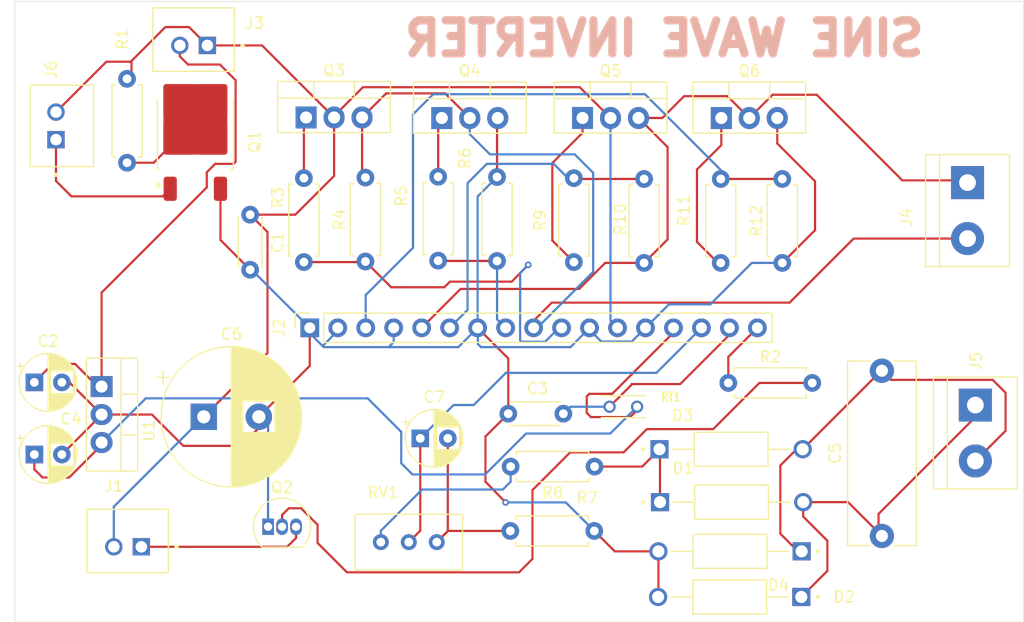
<source format=kicad_pcb>
(kicad_pcb (version 20240108) (generator "pcbnew") (generator_version "8.0")
  (layers (0 "F.Cu" signal) (31 "B.Cu" signal) (34 "B.Paste" user) (35 "F.Paste" user) (36 "B.SilkS" user "B.Silkscreen") (37 "F.SilkS" user "F.Silkscreen") (38 "B.Mask" user) (39 "F.Mask" user) (44 "Edge.Cuts" user))
  (net 0 "")
  (net 1 "GND")
  (net 2 "+12V")
  (net 3 "Net-(U1-VI)")
  (net 4 "Net-(J2-Pin_16)")
  (net 5 "+5V")
  (net 6 "L")
  (net 7 "N")
  (net 8 "VFB")
  (net 9 "Net-(C7-Pad2)")
  (net 10 "TR2")
  (net 11 "3HO")
  (net 12 "1LD")
  (net 13 "TR1")
  (net 14 "2LD")
  (net 15 "1HO")
  (net 16 "Net-(J2-Pin_17)")
  (net 17 "Net-(Q1-G)")
  (net 18 "Net-(Q1-D)")
  (net 19 "Net-(Q2-C)")
  (net 20 "Net-(Q2-B)")
  (net 21 "Net-(Q3-G)")
  (net 22 "Net-(Q4-G)")
  (net 23 "Net-(Q5-G)")
  (net 24 "Net-(Q6-G)")
  (net 25 "Net-(R8-Pad2)")
  (net 26 "Net-(D1-PadC)")
  (footprint "Package_TO_SOT_SMD:TO-252-2" (layer "F.Cu") (at 106.3 90.1868 90)
    (property "Reference" "Q1" (at -0.7706 5.3838 90) (layer "F.SilkS"))
    (property "Value" "NMOS")
    (pad "1" smd roundrect (at -5.04 -2.28 90) (size 2.2 1.2) (layers "F.Cu" "F.Paste" "F.Mask") (roundrect_rratio 0.208333) (net 18 "Net-(Q1-D)"))
    (pad "2" smd roundrect (at -0.415 -1.525 90) (size 3.05 2.75) (layers "F.Cu" "F.Paste") (roundrect_rratio 0.090909) (net 17 "Net-(Q1-G)"))
    (pad "2" smd roundrect (at -0.415 1.525 90) (size 3.05 2.75) (layers "F.Cu" "F.Paste") (roundrect_rratio 0.090909) (net 17 "Net-(Q1-G)"))
    (pad "2" smd roundrect (at 1.26 0 90) (size 6.4 5.8) (layers "F.Cu" "F.Mask") (roundrect_rratio 0.043103) (net 17 "Net-(Q1-G)"))
    (pad "2" smd roundrect (at 2.935 -1.525 90) (size 3.05 2.75) (layers "F.Cu" "F.Paste") (roundrect_rratio 0.090909) (net 17 "Net-(Q1-G)"))
    (pad "2" smd roundrect (at 2.935 1.525 90) (size 3.05 2.75) (layers "F.Cu" "F.Paste") (roundrect_rratio 0.090909) (net 17 "Net-(Q1-G)"))
    (pad "3" smd roundrect (at -5.04 2.28 90) (size 2.2 1.2) (layers "F.Cu" "F.Paste" "F.Mask") (roundrect_rratio 0.208333) (net 1 "GND"))
  )
  (footprint "Package_TO_SOT_THT:TO-220-3_Vertical" (layer "F.Cu") (at 128.6764 88.8036)
    (property "Reference" "Q4" (at 2.54 -4.27 0) (layer "F.SilkS"))
    (property "Value" "IRF3205")
    (pad "1" thru_hole rect (at 0 0) (size 1.905 2) (drill 1.1) (layers "*.Cu" "*.Mask") (net 22 "Net-(Q4-G)"))
    (pad "2" thru_hole oval (at 2.54 0) (size 1.905 2) (drill 1.1) (layers "*.Cu" "*.Mask") (net 13 "TR1"))
    (pad "3" thru_hole oval (at 5.08 0) (size 1.905 2) (drill 1.1) (layers "*.Cu" "*.Mask") (net 1 "GND"))
  )
  (footprint "syam pcbbb:THERM_NXRT15XH103FA5B030" (layer "F.Cu") (at 145.1556 115.0112 180)
    (property "Reference" "RT1" (at -4.298 0.8636 0) (layer "F.SilkS") (effects (font (size 0.8 0.64) (thickness 0.16) (bold yes))))
    (property "Value" "10K" (hide yes))
    (pad "1" thru_hole circle (at -1.25 0 180) (size 1.11 1.11) (drill 0.71) (layers "*.Cu" "*.Mask") (net 5 "+5V"))
    (pad "2" thru_hole circle (at 1.25 0 180) (size 1.11 1.11) (drill 0.71) (layers "*.Cu" "*.Mask") (net 4 "Net-(J2-Pin_16)"))
  )
  (footprint "syam pcbbb:JST_B2B-XH-A" (layer "F.Cu") (at 106.1443 81.6864)
    (property "Reference" "J3" (at 5.5649 -1.4986 0) (layer "F.SilkS"))
    (property "Value" "Switch")
    (pad "1" thru_hole rect (at 1.25 0.525) (size 1.575 1.575) (drill 1.05) (layers "*.Cu" "*.Mask") (net 2 "+12V"))
    (pad "2" thru_hole circle (at -1.25 0.525) (size 1.575 1.575) (drill 1.05) (layers "*.Cu" "*.Mask") (net 3 "Net-(U1-VI)"))
  )
  (footprint "syam pcbbb:DIOAD1300W80L670D310" (layer "F.Cu") (at 154.813 132.2832 180)
    (property "Reference" "D2" (at -10.3886 0 360) (layer "F.SilkS"))
    (property "Value" "FR207G" (hide yes))
    (pad "A" thru_hole circle (at 6.5 0 180) (size 1.65 1.65) (drill 1.1) (layers "*.Cu" "*.Mask") (net 1 "GND"))
    (pad "C" thru_hole rect (at -6.5 0 180) (size 1.65 1.65) (drill 1.1) (layers "*.Cu" "*.Mask") (net 6 "L"))
  )
  (footprint "Capacitor_THT:C_Disc_D4.3mm_W1.9mm_P5.00mm" (layer "F.Cu") (at 111.2774 97.576 -90)
    (property "Reference" "C1" (at 2.5254 -2.4892 90) (layer "F.SilkS"))
    (property "Value" "0.1uF")
    (pad "1" thru_hole circle (at 0 0 270) (size 1.6 1.6) (drill 0.8) (layers "*.Cu" "*.Mask") (net 2 "+12V"))
    (pad "2" thru_hole circle (at 5 0 270) (size 1.6 1.6) (drill 0.8) (layers "*.Cu" "*.Mask") (net 1 "GND"))
  )
  (footprint "TerminalBlock:TerminalBlock_bornier-2_P5.08mm" (layer "F.Cu") (at 176.403 94.6658 -90)
    (property "Reference" "J4" (at 3.175 5.5626 90) (layer "F.SilkS"))
    (property "Value" "TR/IN")
    (pad "1" thru_hole rect (at 0 0 270) (size 3 3) (drill 1.52) (layers "*.Cu" "*.Mask") (net 10 "TR2"))
    (pad "2" thru_hole circle (at 5.08 0 270) (size 3 3) (drill 1.52) (layers "*.Cu" "*.Mask") (net 13 "TR1"))
  )
  (footprint "Capacitor_THT:CP_Radial_D5.0mm_P2.50mm" (layer "F.Cu") (at 126.7206 117.8814)
    (property "Reference" "C7" (at 1.25 -3.75 0) (layer "F.SilkS"))
    (property "Value" "10u")
    (pad "1" thru_hole rect (at 0 0) (size 1.6 1.6) (drill 0.8) (layers "*.Cu" "*.Mask") (net 8 "VFB"))
    (pad "2" thru_hole circle (at 2.5 0) (size 1.6 1.6) (drill 0.8) (layers "*.Cu" "*.Mask") (net 9 "Net-(C7-Pad2)"))
  )
  (footprint "Resistor_THT:R_Axial_DIN0207_L6.3mm_D2.5mm_P7.62mm_Horizontal" (layer "F.Cu") (at 142.5194 126.2888 180)
    (property "Reference" "R7" (at 0.635 3.0226 360) (layer "F.SilkS"))
    (property "Value" "100K")
    (pad "1" thru_hole circle (at 0 0 180) (size 1.6 1.6) (drill 0.8) (layers "*.Cu" "*.Mask") (net 1 "GND"))
    (pad "2" thru_hole oval (at 7.62 0 180) (size 1.6 1.6) (drill 0.8) (layers "*.Cu" "*.Mask") (net 9 "Net-(C7-Pad2)"))
  )
  (footprint "Package_TO_SOT_THT:TO-220-3_Vertical" (layer "F.Cu") (at 141.4526 88.7984)
    (property "Reference" "Q5" (at 2.54 -4.27 0) (layer "F.SilkS"))
    (property "Value" "IRF3205")
    (pad "1" thru_hole rect (at 0 0) (size 1.905 2) (drill 1.1) (layers "*.Cu" "*.Mask") (net 23 "Net-(Q5-G)"))
    (pad "2" thru_hole oval (at 2.54 0) (size 1.905 2) (drill 1.1) (layers "*.Cu" "*.Mask") (net 2 "+12V"))
    (pad "3" thru_hole oval (at 5.08 0) (size 1.905 2) (drill 1.1) (layers "*.Cu" "*.Mask") (net 10 "TR2"))
  )
  (footprint "Resistor_THT:R_Axial_DIN0207_L6.3mm_D2.5mm_P7.62mm_Horizontal" (layer "F.Cu") (at 159.5882 101.9556 90)
    (property "Reference" "R12" (at 3.81 -2.37 90) (layer "F.SilkS"))
    (property "Value" "10K")
    (pad "1" thru_hole circle (at 0 0 90) (size 1.6 1.6) (drill 0.8) (layers "*.Cu" "*.Mask") (net 1 "GND"))
    (pad "2" thru_hole oval (at 7.62 0 90) (size 1.6 1.6) (drill 0.8) (layers "*.Cu" "*.Mask") (net 12 "1LD"))
  )
  (footprint "Package_TO_SOT_THT:TO-220-3_Vertical" (layer "F.Cu") (at 154.051 88.8036)
    (property "Reference" "Q6" (at 2.54 -4.27 0) (layer "F.SilkS"))
    (property "Value" "IRF3205")
    (pad "1" thru_hole rect (at 0 0) (size 1.905 2) (drill 1.1) (layers "*.Cu" "*.Mask") (net 24 "Net-(Q6-G)"))
    (pad "2" thru_hole oval (at 2.54 0) (size 1.905 2) (drill 1.1) (layers "*.Cu" "*.Mask") (net 10 "TR2"))
    (pad "3" thru_hole oval (at 5.08 0) (size 1.905 2) (drill 1.1) (layers "*.Cu" "*.Mask") (net 1 "GND"))
  )
  (footprint "Resistor_THT:R_Axial_DIN0207_L6.3mm_D2.5mm_P7.62mm_Horizontal" (layer "F.Cu") (at 140.6652 101.8794 90)
    (property "Reference" "R9" (at 3.7846 -3.0734 90) (layer "F.SilkS"))
    (property "Value" "10E")
    (pad "1" thru_hole circle (at 0 0 90) (size 1.6 1.6) (drill 0.8) (layers "*.Cu" "*.Mask") (net 23 "Net-(Q5-G)"))
    (pad "2" thru_hole oval (at 7.62 0 90) (size 1.6 1.6) (drill 0.8) (layers "*.Cu" "*.Mask") (net 15 "1HO"))
  )
  (footprint "Capacitor_THT:CP_Radial_D5.0mm_P2.50mm" (layer "F.Cu") (at 91.682688 119.3514)
    (property "Reference" "C4" (at 3.338712 -3.2226 0) (layer "F.SilkS"))
    (property "Value" "1uF")
    (pad "1" thru_hole rect (at 0 0) (size 1.6 1.6) (drill 0.8) (layers "*.Cu" "*.Mask") (net 5 "+5V"))
    (pad "2" thru_hole circle (at 2.5 0) (size 1.6 1.6) (drill 0.8) (layers "*.Cu" "*.Mask") (net 1 "GND"))
  )
  (footprint "Capacitor_THT:C_Rect_L16.5mm_W6.0mm_P15.00mm_MKT" (layer "F.Cu") (at 168.6306 126.746 90)
    (property "Reference" "C5" (at 7.5 -4.25 90) (layer "F.SilkS"))
    (property "Value" "2.2uF")
    (pad "1" thru_hole circle (at 0 0 90) (size 2.2 2.2) (drill 1.1) (layers "*.Cu" "*.Mask") (net 6 "L"))
    (pad "2" thru_hole circle (at 15 0 90) (size 2.2 2.2) (drill 1.1) (layers "*.Cu" "*.Mask") (net 7 "N"))
  )
  (footprint "Resistor_THT:R_Axial_DIN0207_L6.3mm_D2.5mm_P7.62mm_Horizontal" (layer "F.Cu") (at 100.1014 85.2424 -90)
    (property "Reference" "R1" (at -3.6068 0.4318 90) (layer "F.SilkS"))
    (property "Value" "1K")
    (pad "1" thru_hole circle (at 0 0 270) (size 1.6 1.6) (drill 0.8) (layers "*.Cu" "*.Mask") (net 2 "+12V"))
    (pad "2" thru_hole oval (at 7.62 0 270) (size 1.6 1.6) (drill 0.8) (layers "*.Cu" "*.Mask") (net 17 "Net-(Q1-G)"))
  )
  (footprint "Capacitor_THT:C_Disc_D4.3mm_W1.9mm_P5.00mm" (layer "F.Cu") (at 139.7108 115.6462 180)
    (property "Reference" "C3" (at 2.3476 2.286 360) (layer "F.SilkS"))
    (property "Value" "0.1u")
    (pad "1" thru_hole circle (at 0 0 180) (size 1.6 1.6) (drill 0.8) (layers "*.Cu" "*.Mask") (net 4 "Net-(J2-Pin_16)"))
    (pad "2" thru_hole circle (at 5 0 180) (size 1.6 1.6) (drill 0.8) (layers "*.Cu" "*.Mask") (net 1 "GND"))
  )
  (footprint "syam pcbbb:JST_B2B-XH-A" (layer "F.Cu") (at 94.1748 89.515 -90)
    (property "Reference" "J6" (at -5.0854 0.9568 90) (layer "F.SilkS"))
    (property "Value" "BATT+ , -")
    (pad "1" thru_hole rect (at 1.25 0.525 270) (size 1.575 1.575) (drill 1.05) (layers "*.Cu" "*.Mask") (net 18 "Net-(Q1-D)"))
    (pad "2" thru_hole circle (at -1.25 0.525 270) (size 1.575 1.575) (drill 1.05) (layers "*.Cu" "*.Mask") (net 2 "+12V"))
  )
  (footprint "Package_TO_SOT_THT:TO-220-3_Vertical" (layer "F.Cu") (at 97.79 113.1824 -90)
    (property "Reference" "U1" (at 3.9878 -4.2926 90) (layer "F.SilkS"))
    (property "Value" "LM7805_TO220")
    (pad "1" thru_hole rect (at 0 0 270) (size 1.905 2) (drill 1.1) (layers "*.Cu" "*.Mask") (net 3 "Net-(U1-VI)"))
    (pad "2" thru_hole oval (at 2.54 0 270) (size 1.905 2) (drill 1.1) (layers "*.Cu" "*.Mask") (net 1 "GND"))
    (pad "3" thru_hole oval (at 5.08 0 270) (size 1.905 2) (drill 1.1) (layers "*.Cu" "*.Mask") (net 5 "+5V"))
  )
  (footprint "syam pcbbb:JST_B2B-XH-A" (layer "F.Cu") (at 100.1499 127.2032)
    (property "Reference" "J1" (at -1.2423 -4.9784 0) (layer "F.SilkS"))
    (property "Value" "Fan")
    (pad "1" thru_hole rect (at 1.25 0.525) (size 1.575 1.575) (drill 1.05) (layers "*.Cu" "*.Mask") (net 19 "Net-(Q2-C)"))
    (pad "2" thru_hole circle (at -1.25 0.525) (size 1.575 1.575) (drill 1.05) (layers "*.Cu" "*.Mask") (net 2 "+12V"))
  )
  (footprint "Resistor_THT:R_Axial_DIN0207_L6.3mm_D2.5mm_P7.62mm_Horizontal" (layer "F.Cu") (at 116.1542 101.8794 90)
    (property "Reference" "R3" (at 5.8674 -2.37 90) (layer "F.SilkS"))
    (property "Value" "10E")
    (pad "1" thru_hole circle (at 0 0 90) (size 1.6 1.6) (drill 0.8) (layers "*.Cu" "*.Mask") (net 11 "3HO"))
    (pad "2" thru_hole oval (at 7.62 0 90) (size 1.6 1.6) (drill 0.8) (layers "*.Cu" "*.Mask") (net 21 "Net-(Q3-G)"))
  )
  (footprint "syam pcbbb:DIOAD1300W80L670D310" (layer "F.Cu") (at 154.94 118.872)
    (property "Reference" "D3" (at -4.4 -3.06 0) (layer "F.SilkS"))
    (property "Value" "FR207G" (hide yes))
    (pad "A" thru_hole circle (at 6.5 0) (size 1.65 1.65) (drill 1.1) (layers "*.Cu" "*.Mask") (net 7 "N"))
    (pad "C" thru_hole rect (at -6.5 0) (size 1.65 1.65) (drill 1.1) (layers "*.Cu" "*.Mask") (net 26 "Net-(D1-PadC)"))
  )
  (footprint "Connector_PinSocket_2.54mm:PinSocket_1x17_P2.54mm_Vertical" (layer "F.Cu") (at 116.6876 107.8484 90)
    (property "Reference" "J2" (at 0 -2.77 90) (layer "F.SilkS"))
    (property "Value" "EGS002 MODULE")
    (pad "1" thru_hole rect (at 0 0 90) (size 1.7 1.7) (drill 1) (layers "*.Cu" "*.Mask") (net 1 "GND"))
    (pad "2" thru_hole oval (at 0 2.54 90) (size 1.7 1.7) (drill 1) (layers "*.Cu" "*.Mask") (net 1 "GND"))
    (pad "3" thru_hole oval (at 0 5.08 90) (size 1.7 1.7) (drill 1) (layers "*.Cu" "*.Mask") (net 12 "1LD"))
    (pad "4" thru_hole oval (at 0 7.62 90) (size 1.7 1.7) (drill 1) (layers "*.Cu" "*.Mask") (net 1 "GND"))
    (pad "5" thru_hole oval (at 0 10.16 90) (size 1.7 1.7) (drill 1) (layers "*.Cu" "*.Mask") (net 10 "TR2"))
    (pad "6" thru_hole oval (at 0 12.7 90) (size 1.7 1.7) (drill 1) (layers "*.Cu" "*.Mask") (net 15 "1HO"))
    (pad "7" thru_hole oval (at 0 15.24 90) (size 1.7 1.7) (drill 1) (layers "*.Cu" "*.Mask") (net 1 "GND"))
    (pad "8" thru_hole oval (at 0 17.78 90) (size 1.7 1.7) (drill 1) (layers "*.Cu" "*.Mask") (net 14 "2LD"))
    (pad "9" thru_hole oval (at 0 20.32 90) (size 1.7 1.7) (drill 1) (layers "*.Cu" "*.Mask") (net 13 "TR1"))
    (pad "10" thru_hole oval (at 0 22.86 90) (size 1.7 1.7) (drill 1) (layers "*.Cu" "*.Mask") (net 11 "3HO"))
    (pad "11" thru_hole oval (at 0 25.4 90) (size 1.7 1.7) (drill 1) (layers "*.Cu" "*.Mask") (net 1 "GND"))
    (pad "12" thru_hole oval (at 0 27.94 90) (size 1.7 1.7) (drill 1) (layers "*.Cu" "*.Mask") (net 2 "+12V"))
    (pad "13" thru_hole oval (at 0 30.48 90) (size 1.7 1.7) (drill 1) (layers "*.Cu" "*.Mask") (net 1 "GND"))
    (pad "14" thru_hole oval (at 0 33.02 90) (size 1.7 1.7) (drill 1) (layers "*.Cu" "*.Mask") (net 5 "+5V"))
    (pad "15" thru_hole oval (at 0 35.56 90) (size 1.7 1.7) (drill 1) (layers "*.Cu" "*.Mask") (net 8 "VFB"))
    (pad "16" thru_hole oval (at 0 38.1 90) (size 1.7 1.7) (drill 1) (layers "*.Cu" "*.Mask") (net 4 "Net-(J2-Pin_16)"))
    (pad "17" thru_hole oval (at 0 40.64 90) (size 1.7 1.7) (drill 1) (layers "*.Cu" "*.Mask") (net 16 "Net-(J2-Pin_17)"))
  )
  (footprint "Resistor_THT:R_Axial_DIN0207_L6.3mm_D2.5mm_P7.62mm_Horizontal" (layer "F.Cu") (at 147.0406 101.9556 90)
    (property "Reference" "R10" (at 3.9624 -2.1844 90) (layer "F.SilkS"))
    (property "Value" "10K")
    (pad "1" thru_hole circle (at 0 0 90) (size 1.6 1.6) (drill 0.8) (layers "*.Cu" "*.Mask") (net 10 "TR2"))
    (pad "2" thru_hole oval (at 7.62 0 90) (size 1.6 1.6) (drill 0.8) (layers "*.Cu" "*.Mask") (net 15 "1HO"))
  )
  (footprint "Resistor_THT:R_Axial_DIN0207_L6.3mm_D2.5mm_P7.62mm_Horizontal" (layer "F.Cu") (at 142.5448 120.4468 180)
    (property "Reference" "R8" (at 3.81 -2.37 360) (layer "F.SilkS"))
    (property "Value" "100K")
    (pad "1" thru_hole circle (at 0 0 180) (size 1.6 1.6) (drill 0.8) (layers "*.Cu" "*.Mask") (net 26 "Net-(D1-PadC)"))
    (pad "2" thru_hole oval (at 7.62 0 180) (size 1.6 1.6) (drill 0.8) (layers "*.Cu" "*.Mask") (net 25 "Net-(R8-Pad2)"))
  )
  (footprint "Resistor_THT:R_Axial_DIN0207_L6.3mm_D2.5mm_P7.62mm_Horizontal" (layer "F.Cu") (at 121.7422 101.8286 90)
    (property "Reference" "R4" (at 3.81 -2.37 90) (layer "F.SilkS"))
    (property "Value" "10K")
    (pad "1" thru_hole circle (at 0 0 90) (size 1.6 1.6) (drill 0.8) (layers "*.Cu" "*.Mask") (net 11 "3HO"))
    (pad "2" thru_hole oval (at 7.62 0 90) (size 1.6 1.6) (drill 0.8) (layers "*.Cu" "*.Mask") (net 13 "TR1"))
  )
  (footprint "Potentiometer_THT:Potentiometer_Bourns_3296W_Vertical" (layer "F.Cu") (at 128.2192 127.3048)
    (property "Reference" "RV1" (at -4.8768 -4.4958 0) (layer "F.SilkS"))
    (property "Value" "10K")
    (pad "1" thru_hole circle (at 0 0) (size 1.44 1.44) (drill 0.8) (layers "*.Cu" "*.Mask") (net 9 "Net-(C7-Pad2)"))
    (pad "2" thru_hole circle (at -2.54 0) (size 1.44 1.44) (drill 0.8) (layers "*.Cu" "*.Mask") (net 8 "VFB"))
    (pad "3" thru_hole circle (at -5.08 0) (size 1.44 1.44) (drill 0.8) (layers "*.Cu" "*.Mask") (net 25 "Net-(R8-Pad2)"))
  )
  (footprint "Capacitor_THT:CP_Radial_D12.5mm_P5.00mm" (layer "F.Cu") (at 107.0648 115.9256)
    (property "Reference" "C6" (at 2.5 -7.5 0) (layer "F.SilkS"))
    (property "Value" "2200uF")
    (pad "1" thru_hole rect (at 0 0) (size 2.4 2.4) (drill 1.2) (layers "*.Cu" "*.Mask") (net 2 "+12V"))
    (pad "2" thru_hole circle (at 5 0) (size 2.4 2.4) (drill 1.2) (layers "*.Cu" "*.Mask") (net 1 "GND"))
  )
  (footprint "Resistor_THT:R_Axial_DIN0207_L6.3mm_D2.5mm_P7.62mm_Horizontal" (layer "F.Cu") (at 133.6916 101.7778 90)
    (property "Reference" "R6" (at 9.3218 -2.9324 90) (layer "F.SilkS"))
    (property "Value" "10K")
    (pad "1" thru_hole circle (at 0 0 90) (size 1.6 1.6) (drill 0.8) (layers "*.Cu" "*.Mask") (net 14 "2LD"))
    (pad "2" thru_hole oval (at 7.62 0 90) (size 1.6 1.6) (drill 0.8) (layers "*.Cu" "*.Mask") (net 1 "GND"))
  )
  (footprint "syam pcbbb:DIOAD1300W80L670D310" (layer "F.Cu") (at 154.8432 128.143 180)
    (property "Reference" "D4" (at -4.4 -3.06 360) (layer "F.SilkS"))
    (property "Value" "FR207G" (hide yes))
    (pad "A" thru_hole circle (at 6.5 0 180) (size 1.65 1.65) (drill 1.1) (layers "*.Cu" "*.Mask") (net 1 "GND"))
    (pad "C" thru_hole rect (at -6.5 0 180) (size 1.65 1.65) (drill 1.1) (layers "*.Cu" "*.Mask") (net 7 "N"))
  )
  (footprint "Package_TO_SOT_THT:TO-220-3_Vertical" (layer "F.Cu") (at 116.3574 88.7528)
    (property "Reference" "Q3" (at 2.54 -4.27 0) (layer "F.SilkS"))
    (property "Value" "IRF3205")
    (pad "1" thru_hole rect (at 0 0) (size 1.905 2) (drill 1.1) (layers "*.Cu" "*.Mask") (net 21 "Net-(Q3-G)"))
    (pad "2" thru_hole oval (at 2.54 0) (size 1.905 2) (drill 1.1) (layers "*.Cu" "*.Mask") (net 2 "+12V"))
    (pad "3" thru_hole oval (at 5.08 0) (size 1.905 2) (drill 1.1) (layers "*.Cu" "*.Mask") (net 13 "TR1"))
  )
  (footprint "Package_TO_SOT_THT:TO-92_Inline" (layer "F.Cu") (at 112.903 125.9078)
    (property "Reference" "Q2" (at 1.27 -3.56 0) (layer "F.SilkS"))
    (property "Value" "S8050")
    (pad "1" thru_hole rect (at 0 0) (size 1.05 1.5) (drill 0.75) (layers "*.Cu" "*.Mask") (net 1 "GND"))
    (pad "2" thru_hole oval (at 1.27 0) (size 1.05 1.5) (drill 0.75) (layers "*.Cu" "*.Mask") (net 20 "Net-(Q2-B)"))
    (pad "3" thru_hole oval (at 2.54 0) (size 1.05 1.5) (drill 0.75) (layers "*.Cu" "*.Mask") (net 19 "Net-(Q2-C)"))
  )
  (footprint "Capacitor_THT:CP_Radial_D5.0mm_P2.50mm" (layer "F.Cu") (at 91.682688 112.8014)
    (property "Reference" "C2" (at 1.25 -3.75 0) (layer "F.SilkS"))
    (property "Value" "1uF")
    (pad "1" thru_hole rect (at 0 0) (size 1.6 1.6) (drill 0.8) (layers "*.Cu" "*.Mask") (net 3 "Net-(U1-VI)"))
    (pad "2" thru_hole circle (at 2.5 0) (size 1.6 1.6) (drill 0.8) (layers "*.Cu" "*.Mask") (net 1 "GND"))
  )
  (footprint "Resistor_THT:R_Axial_DIN0207_L6.3mm_D2.5mm_P7.62mm_Horizontal" (layer "F.Cu") (at 128.3462 101.7524 90)
    (property "Reference" "R5" (at 5.8674 -3.3528 90) (layer "F.SilkS"))
    (property "Value" "10E")
    (pad "1" thru_hole circle (at 0 0 90) (size 1.6 1.6) (drill 0.8) (layers "*.Cu" "*.Mask") (net 14 "2LD"))
    (pad "2" thru_hole oval (at 7.62 0 90) (size 1.6 1.6) (drill 0.8) (layers "*.Cu" "*.Mask") (net 22 "Net-(Q4-G)"))
  )
  (footprint "syam pcbbb:DIOAD1300W80L670D310" (layer "F.Cu") (at 154.986 123.6726)
    (property "Reference" "D1" (at -4.4 -3.06 0) (layer "F.SilkS"))
    (property "Value" "FR207G" (hide yes))
    (pad "A" thru_hole circle (at 6.5 0) (size 1.65 1.65) (drill 1.1) (layers "*.Cu" "*.Mask") (net 6 "L"))
    (pad "C" thru_hole rect (at -6.5 0) (size 1.65 1.65) (drill 1.1) (layers "*.Cu" "*.Mask") (net 26 "Net-(D1-PadC)"))
  )
  (footprint "Resistor_THT:R_Axial_DIN0207_L6.3mm_D2.5mm_P7.62mm_Horizontal" (layer "F.Cu") (at 154.0002 101.9556 90)
    (property "Reference" "R11" (at 4.7752 -3.3528 90) (layer "F.SilkS"))
    (property "Value" "10E")
    (pad "1" thru_hole circle (at 0 0 90) (size 1.6 1.6) (drill 0.8) (layers "*.Cu" "*.Mask") (net 24 "Net-(Q6-G)"))
    (pad "2" thru_hole oval (at 7.62 0 90) (size 1.6 1.6) (drill 0.8) (layers "*.Cu" "*.Mask") (net 12 "1LD"))
  )
  (footprint "TerminalBlock:TerminalBlock_bornier-2_P5.08mm" (layer "F.Cu") (at 177.1142 114.8588 -90)
    (property "Reference" "J5" (at -3.9878 -0.0762 90) (layer "F.SilkS"))
    (property "Value" "AC/OUT")
    (pad "1" thru_hole rect (at 0 0 270) (size 3 3) (drill 1.52) (layers "*.Cu" "*.Mask") (net 6 "L"))
    (pad "2" thru_hole circle (at 5.08 0 270) (size 3 3) (drill 1.52) (layers "*.Cu" "*.Mask") (net 7 "N"))
  )
  (footprint "Resistor_THT:R_Axial_DIN0207_L6.3mm_D2.5mm_P7.62mm_Horizontal" (layer "F.Cu") (at 154.686 112.8522)
    (property "Reference" "R2" (at 3.81 -2.37 0) (layer "F.SilkS"))
    (property "Value" "1K")
    (pad "1" thru_hole circle (at 0 0) (size 1.6 1.6) (drill 0.8) (layers "*.Cu" "*.Mask") (net 16 "Net-(J2-Pin_17)"))
    (pad "2" thru_hole oval (at 7.62 0) (size 1.6 1.6) (drill 0.8) (layers "*.Cu" "*.Mask") (net 20 "Net-(Q2-B)"))
  )
  (gr_rect (start 89.916 78.2066) (end 181.5084 134.5692) (stroke (width 0.05)) (fill none) (layer "Edge.Cuts"))
  (gr_text "SINE WAVE INVERTER" (at 172.7962 83.3374 0) (layer "B.SilkS") (effects (font (size 3 3) (thickness 0.75) (bold yes)) (justify left bottom mirror)))
  (segment (start 105.2068 118.5672) (end 110.4392 118.5672) (width 0.2) (layer "F.Cu") (net 1))
  (segment (start 144.3736 128.143) (end 142.5194 126.2888) (width 0.2) (layer "F.Cu") (net 1))
  (segment (start 108.58 95.2268) (end 108.58 99.8786) (width 0.2) (layer "F.Cu") (net 1))
  (segment (start 116.6876 107.8484) (end 116.6876 111.3028) (width 0.2) (layer "F.Cu") (net 1))
  (segment (start 132.6388 121.8438) (end 132.6642 121.8438) (width 0.2) (layer "F.Cu") (net 1))
  (segment (start 97.79 115.7224) (end 102.362 115.7224) (width 0.2) (layer "F.Cu") (net 1))
  (segment (start 116.6876 111.3028) (end 112.0648 115.9256) (width 0.2) (layer "F.Cu") (net 1))
  (segment (start 110.4392 118.5672) (end 112.0648 116.9416) (width 0.2) (layer "F.Cu") (net 1))
  (segment (start 94.869 112.8014) (end 97.79 115.7224) (width 0.2) (layer "F.Cu") (net 1))
  (segment (start 132.6388 117.7182) (end 132.6388 121.8438) (width 0.2) (layer "F.Cu") (net 1))
  (segment (start 94.182688 112.8014) (end 94.869 112.8014) (width 0.2) (layer "F.Cu") (net 1))
  (segment (start 148.3432 128.143) (end 144.3736 128.143) (width 0.2) (layer "F.Cu") (net 1))
  (segment (start 159.131 88.8036) (end 159.131 91.1098) (width 0.2) (layer "F.Cu") (net 1))
  (segment (start 133.6916 88.8684) (end 133.6916 94.1578) (width 0.2) (layer "F.Cu") (net 1))
  (segment (start 132.6642 121.8438) (end 134.4676 123.698) (width 0.2) (layer "F.Cu") (net 1))
  (segment (start 133.7564 88.8036) (end 133.6916 88.8684) (width 0.2) (layer "F.Cu") (net 1))
  (segment (start 134.7108 115.6462) (end 134.7108 110.6316) (width 0.2) (layer "F.Cu") (net 1))
  (segment (start 112.0648 116.9416) (end 112.0648 115.9256) (width 0.2) (layer "F.Cu") (net 1))
  (segment (start 108.58 99.8786) (end 111.2774 102.576) (width 0.2) (layer "F.Cu") (net 1))
  (segment (start 162.56 98.9838) (end 159.5882 101.9556) (width 0.2) (layer "F.Cu") (net 1))
  (segment (start 148.3432 128.143) (end 148.3432 132.253) (width 0.2) (layer "F.Cu") (net 1))
  (segment (start 102.362 115.7224) (end 105.2068 118.5672) (width 0.2) (layer "F.Cu") (net 1))
  (segment (start 134.4676 123.698) (end 134.366 123.5456) (width 0.2) (layer "F.Cu") (net 1))
  (segment (start 134.7108 110.6316) (end 131.9276 107.8484) (width 0.2) (layer "F.Cu") (net 1))
  (segment (start 97.79 115.744088) (end 94.182688 119.3514) (width 0.2) (layer "F.Cu") (net 1))
  (segment (start 162.56 94.5388) (end 162.56 98.9838) (width 0.2) (layer "F.Cu") (net 1))
  (segment (start 97.79 115.7224) (end 97.79 115.744088) (width 0.2) (layer "F.Cu") (net 1))
  (segment (start 159.131 91.1098) (end 162.56 94.5388) (width 0.2) (layer "F.Cu") (net 1))
  (segment (start 134.7108 115.6462) (end 132.6388 117.7182) (width 0.2) (layer "F.Cu") (net 1))
  (segment (start 148.3432 132.253) (end 148.313 132.2832) (width 0.2) (layer "F.Cu") (net 1))
  (via (at 134.4676 123.698) (size 0.6) (drill 0.3) (layers "F.Cu" "B.Cu") (net 1))
  (segment (start 112.903 125.9078) (end 112.903 116.7638) (width 0.2) (layer "B.Cu") (net 1))
  (segment (start 117.856 109.4994) (end 116.6876 108.331) (width 0.2) (layer "B.Cu") (net 1))
  (segment (start 142.0876 107.8484) (end 142.0876 107.868424) (width 0.2) (layer "B.Cu") (net 1))
  (segment (start 116.6876 108.331) (end 116.6876 107.8484) (width 0.2) (layer "B.Cu") (net 1))
  (segment (start 117.9576 109.601) (end 117.856 109.4994) (width 0.2) (layer "B.Cu") (net 1))
  (segment (start 147.1676 107.8484) (end 145.923 109.093) (width 0.2) (layer "B.Cu") (net 1))
  (segment (start 131.9276 107.8484) (end 130.175 109.601) (width 0.2) (layer "B.Cu") (net 1))
  (segment (start 116.6876 107.8484) (end 111.4152 102.576) (width 0.2) (layer "B.Cu") (net 1))
  (segment (start 131.953 109.3216) (end 131.953 107.8738) (width 0.2) (layer "B.Cu") (net 1))
  (segment (start 142.0876 107.868424) (end 140.355024 109.601) (width 0.2) (layer "B.Cu") (net 1))
  (segment (start 130.175 109.601) (end 123.8504 109.601) (width 0.2) (layer "B.Cu") (net 1))
  (segment (start 119.2276 108.1278) (end 117.856 109.4994) (width 0.2) (layer "B.Cu") (net 1))
  (segment (start 156.8196 101.9556) (end 153.0604 105.7148) (width 0.2) (layer "B.Cu") (net 1))
  (segment (start 124.3076 109.1438) (end 123.8504 109.601) (width 0.2) (layer "B.Cu") (net 1))
  (segment (start 142.5194 126.2888) (end 139.9286 123.698) (width 0.2) (layer "B.Cu") (net 1))
  (segment (start 149.3012 105.7148) (end 147.1676 107.8484) (width 0.2) (layer "B.Cu") (net 1))
  (segment (start 143.1544 109.093) (end 142.0876 108.0262) (width 0.2) (layer "B.Cu") (net 1))
  (segment (start 132.2324 109.601) (end 131.953 109.3216) (width 0.2) (layer "B.Cu") (net 1))
  (segment (start 140.355024 109.601) (end 132.2324 109.601) (width 0.2) (layer "B.Cu") (net 1))
  (segment (start 159.5882 101.9556) (end 156.8196 101.9556) (width 0.2) (layer "B.Cu") (net 1))
  (segment (start 153.0604 105.7148) (end 149.3012 105.7148) (width 0.2) (layer "B.Cu") (net 1))
  (segment (start 123.8504 109.601) (end 117.9576 109.601) (width 0.2) (layer "B.Cu") (net 1))
  (segment (start 112.903 116.7638) (end 112.0648 115.9256) (width 0.2) (layer "B.Cu") (net 1))
  (segment (start 124.3076 107.8484) (end 124.3076 109.1438) (width 0.2) (layer "B.Cu") (net 1))
  (segment (start 131.953 107.8738) (end 131.9276 107.8484) (width 0.2) (layer "B.Cu") (net 1))
  (segment (start 131.9276 95.9218) (end 131.9276 107.8484) (width 0.2) (layer "B.Cu") (net 1))
  (segment (start 142.0876 108.0262) (end 142.0876 107.8484) (width 0.2) (layer "B.Cu") (net 1))
  (segment (start 119.2276 107.8484) (end 119.2276 108.1278) (width 0.2) (layer "B.Cu") (net 1))
  (segment (start 139.9286 123.698) (end 134.4676 123.698) (width 0.2) (layer "B.Cu") (net 1))
  (segment (start 133.6916 94.1578) (end 131.9276 95.9218) (width 0.2) (layer "B.Cu") (net 1))
  (segment (start 145.923 109.093) (end 143.1544 109.093) (width 0.2) (layer "B.Cu") (net 1))
  (segment (start 111.4152 102.576) (end 111.2774 102.576) (width 0.2) (layer "B.Cu") (net 1))
  (segment (start 112.8522 110.1382) (end 112.8522 99.1508) (width 0.2) (layer "F.Cu") (net 2))
  (segment (start 100.5078 83.6168) (end 103.5812 80.5434) (width 0.2) (layer "F.Cu") (net 2))
  (segment (start 103.5812 80.5434) (end 105.7263 80.5434) (width 0.2) (layer "F.Cu") (net 2))
  (segment (start 100.1014 85.2424) (end 100.5078 84.836) (width 0.2) (layer "F.Cu") (net 2))
  (segment (start 107.0648 115.9256) (end 112.8522 110.1382) (width 0.2) (layer "F.Cu") (net 2))
  (segment (start 118.8974 94.0562) (end 115.3776 97.576) (width 0.2) (layer "F.Cu") (net 2))
  (segment (start 121.5136 86.0044) (end 141.1986 86.0044) (width 0.2) (layer "F.Cu") (net 2))
  (segment (start 112.8522 99.1508) (end 111.2774 97.576) (width 0.2) (layer "F.Cu") (net 2))
  (segment (start 107.3943 82.2114) (end 112.356 82.2114) (width 0.2) (layer "F.Cu") (net 2))
  (segment (start 93.6498 88.265) (end 98.2218 83.693) (width 0.2) (layer "F.Cu") (net 2))
  (segment (start 100.4316 83.693) (end 100.5078 83.6168) (width 0.2) (layer "F.Cu") (net 2))
  (segment (start 98.2218 83.693) (end 100.4316 83.693) (width 0.2) (layer "F.Cu") (net 2))
  (segment (start 118.8974 88.7528) (end 118.8974 94.0562) (width 0.2) (layer "F.Cu") (net 2))
  (segment (start 100.5078 84.836) (end 100.5078 83.6168) (width 0.2) (layer "F.Cu") (net 2))
  (segment (start 141.1986 86.0044) (end 143.9926 88.7984) (width 0.2) (layer "F.Cu") (net 2))
  (segment (start 105.7263 80.5434) (end 107.3943 82.2114) (width 0.2) (layer "F.Cu") (net 2))
  (segment (start 118.8974 88.6206) (end 121.5136 86.0044) (width 0.2) (layer "F.Cu") (net 2))
  (segment (start 118.8974 88.7528) (end 118.8974 88.6206) (width 0.2) (layer "F.Cu") (net 2))
  (segment (start 112.356 82.2114) (end 118.8974 88.7528) (width 0.2) (layer "F.Cu") (net 2))
  (segment (start 115.3776 97.576) (end 111.2774 97.576) (width 0.2) (layer "F.Cu") (net 2))
  (segment (start 143.9926 107.2134) (end 144.6276 107.8484) (width 0.2) (layer "B.Cu") (net 2))
  (segment (start 143.9926 88.7984) (end 143.9926 107.2134) (width 0.2) (layer "B.Cu") (net 2))
  (segment (start 98.8999 124.0905) (end 107.0648 115.9256) (width 0.2) (layer "B.Cu") (net 2))
  (segment (start 98.8999 127.7282) (end 98.8999 124.0905) (width 0.2) (layer "B.Cu") (net 2))
  (segment (start 105.6386 83.947) (end 104.8943 83.2027) (width 0.2) (layer "F.Cu") (net 3))
  (segment (start 95.377 111.125) (end 93.359088 111.125) (width 0.2) (layer "F.Cu") (net 3))
  (segment (start 97.79 113.1824) (end 97.4344 113.1824) (width 0.2) (layer "F.Cu") (net 3))
  (segment (start 109.9566 92.7608) (end 109.9566 85.3694) (width 0.2) (layer "F.Cu") (net 3))
  (segment (start 108.1024 92.964) (end 109.7534 92.964) (width 0.2) (layer "F.Cu") (net 3))
  (segment (start 107.3404 93.726) (end 108.1024 92.964) (width 0.2) (layer "F.Cu") (net 3))
  (segment (start 107.3404 95.0976) (end 107.3404 93.726) (width 0.2) (layer "F.Cu") (net 3))
  (segment (start 109.7534 92.964) (end 109.9566 92.7608) (width 0.2) (layer "F.Cu") (net 3))
  (segment (start 97.79 113.1824) (end 97.79 104.648) (width 0.2) (layer "F.Cu") (net 3))
  (segment (start 97.79 104.648) (end 107.3404 95.0976) (width 0.2) (layer "F.Cu") (net 3))
  (segment (start 93.359088 111.125) (end 91.682688 112.8014) (width 0.2) (layer "F.Cu") (net 3))
  (segment (start 104.8943 83.2027) (end 104.8943 82.2114) (width 0.2) (layer "F.Cu") (net 3))
  (segment (start 108.5342 83.947) (end 105.6386 83.947) (width 0.2) (layer "F.Cu") (net 3))
  (segment (start 97.4344 113.1824) (end 95.377 111.125) (width 0.2) (layer "F.Cu") (net 3))
  (segment (start 109.9566 85.3694) (end 108.5342 83.947) (width 0.2) (layer "F.Cu") (net 3))
  (segment (start 145.8976 112.9538) (end 150.3172 112.9538) (width 0.2) (layer "F.Cu") (net 4))
  (segment (start 154.7876 108.4834) (end 154.7876 107.8484) (width 0.2) (layer "F.Cu") (net 4))
  (segment (start 150.3172 112.9538) (end 154.7876 108.4834) (width 0.2) (layer "F.Cu") (net 4))
  (segment (start 143.9056 115.0112) (end 145.8976 113.0192) (width 0.2) (layer "F.Cu") (net 4))
  (segment (start 145.8976 113.0192) (end 145.8976 112.9538) (width 0.2) (layer "F.Cu") (net 4))
  (segment (start 140.3458 115.0112) (end 139.7108 115.6462) (width 0.2) (layer "B.Cu") (net 4))
  (segment (start 143.9056 115.0112) (end 140.3458 115.0112) (width 0.2) (layer "B.Cu") (net 4))
  (segment (start 141.8336 114.0714) (end 141.8336 115.57) (width 0.2) (layer "F.Cu") (net 5))
  (segment (start 97.79 118.491) (end 94.8436 121.4374) (width 0.2) (layer "F.Cu") (net 5))
  (segment (start 94.8436 121.4374) (end 92.4306 121.4374) (width 0.2) (layer "F.Cu") (net 5))
  (segment (start 92.4306 121.4374) (end 91.682688 120.689488) (width 0.2) (layer "F.Cu") (net 5))
  (segment (start 149.7076 108.2802) (end 144.145 113.8428) (width 0.2) (layer "F.Cu") (net 5))
  (segment (start 91.682688 120.689488) (end 91.682688 119.3514) (width 0.2) (layer "F.Cu") (net 5))
  (segment (start 141.8336 115.57) (end 142.2146 115.951) (width 0.2) (layer "F.Cu") (net 5))
  (segment (start 149.7076 107.8484) (end 149.7076 108.2802) (width 0.2) (layer "F.Cu") (net 5))
  (segment (start 146.4056 115.316) (end 146.4056 115.0112) (width 0.2) (layer "F.Cu") (net 5))
  (segment (start 144.145 113.8428) (end 142.0622 113.8428) (width 0.2) (layer "F.Cu") (net 5))
  (segment (start 142.0622 113.8428) (end 141.8336 114.0714) (width 0.2) (layer "F.Cu") (net 5))
  (segment (start 142.2146 115.951) (end 145.7706 115.951) (width 0.2) (layer "F.Cu") (net 5))
  (segment (start 97.79 118.2624) (end 97.79 118.491) (width 0.2) (layer "F.Cu") (net 5))
  (segment (start 145.7706 115.951) (end 146.4056 115.316) (width 0.2) (layer "F.Cu") (net 5))
  (segment (start 136.3218 117.4496) (end 143.9672 117.4496) (width 0.2) (layer "B.Cu") (net 5))
  (segment (start 97.79 118.2624) (end 101.8032 114.2492) (width 0.2) (layer "B.Cu") (net 5))
  (segment (start 124.9934 120.142) (end 126.0094 121.158) (width 0.2) (layer "B.Cu") (net 5))
  (segment (start 132.6134 121.158) (end 136.3218 117.4496) (width 0.2) (layer "B.Cu") (net 5))
  (segment (start 124.9934 117.2972) (end 124.9934 120.142) (width 0.2) (layer "B.Cu") (net 5))
  (segment (start 121.9454 114.2492) (end 124.9934 117.2972) (width 0.2) (layer "B.Cu") (net 5))
  (segment (start 101.8032 114.2492) (end 121.9454 114.2492) (width 0.2) (layer "B.Cu") (net 5))
  (segment (start 126.0094 121.158) (end 132.6134 121.158) (width 0.2) (layer "B.Cu") (net 5))
  (segment (start 143.9672 117.4496) (end 146.4056 115.0112) (width 0.2) (layer "B.Cu") (net 5))
  (segment (start 163.6776 127.1778) (end 163.6776 129.9186) (width 0.2) (layer "F.Cu") (net 6))
  (segment (start 168.3258 124.7394) (end 168.3258 126.4412) (width 0.2) (layer "F.Cu") (net 6))
  (segment (start 163.6776 129.9186) (end 161.313 132.2832) (width 0.2) (layer "F.Cu") (net 6))
  (segment (start 161.486 124.9862) (end 163.6776 127.1778) (width 0.2) (layer "F.Cu") (net 6))
  (segment (start 165.5572 123.6726) (end 168.6306 126.746) (width 0.2) (layer "F.Cu") (net 6))
  (segment (start 161.486 123.6726) (end 161.486 124.9862) (width 0.2) (layer "F.Cu") (net 6))
  (segment (start 161.486 123.6726) (end 165.5572 123.6726) (width 0.2) (layer "F.Cu") (net 6))
  (segment (start 177.1142 115.951) (end 168.3258 124.7394) (width 0.2) (layer "F.Cu") (net 6))
  (segment (start 168.3258 126.4412) (end 168.6306 126.746) (width 0.2) (layer "F.Cu") (net 6))
  (segment (start 177.1142 114.8588) (end 177.1142 115.951) (width 0.2) (layer "F.Cu") (net 6))
  (segment (start 169.4574 112.5728) (end 168.6306 111.746) (width 0.2) (layer "F.Cu") (net 7))
  (segment (start 159.4104 126.5428) (end 161.0106 128.143) (width 0.2) (layer "F.Cu") (net 7))
  (segment (start 179.8574 113.7412) (end 178.689 112.5728) (width 0.2) (layer "F.Cu") (net 7))
  (segment (start 178.689 112.5728) (end 169.4574 112.5728) (width 0.2) (layer "F.Cu") (net 7))
  (segment (start 168.566 111.746) (end 161.44 118.872) (width 0.2) (layer "F.Cu") (net 7))
  (segment (start 159.4104 120.3452) (end 159.4104 126.5428) (width 0.2) (layer "F.Cu") (net 7))
  (segment (start 177.1142 119.9388) (end 179.8574 117.1956) (width 0.2) (layer "F.Cu") (net 7))
  (segment (start 179.8574 117.1956) (end 179.8574 113.7412) (width 0.2) (layer "F.Cu") (net 7))
  (segment (start 161.44 118.872) (end 160.8836 118.872) (width 0.2) (layer "F.Cu") (net 7))
  (segment (start 161.0106 128.143) (end 161.3432 128.143) (width 0.2) (layer "F.Cu") (net 7))
  (segment (start 160.8836 118.872) (end 159.4104 120.3452) (width 0.2) (layer "F.Cu") (net 7))
  (segment (start 168.6306 111.746) (end 168.566 111.746) (width 0.2) (layer "F.Cu") (net 7))
  (segment (start 126.7206 126.2634) (end 125.6792 127.3048) (width 0.2) (layer "F.Cu") (net 8))
  (segment (start 126.7206 117.8814) (end 126.7206 126.2634) (width 0.2) (layer "F.Cu") (net 8))
  (segment (start 131.572 114.8588) (end 134.493 111.9378) (width 0.2) (layer "B.Cu") (net 8))
  (segment (start 148.1582 111.9378) (end 152.2476 107.8484) (width 0.2) (layer "B.Cu") (net 8))
  (segment (start 134.493 111.9378) (end 148.1582 111.9378) (width 0.2) (layer "B.Cu") (net 8))
  (segment (start 129.7432 114.8588) (end 131.572 114.8588) (width 0.2) (layer "B.Cu") (net 8))
  (segment (start 126.7206 117.8814) (end 129.7432 114.8588) (width 0.2) (layer "B.Cu") (net 8))
  (segment (start 134.8994 126.2888) (end 129.2352 126.2888) (width 0.2) (layer "F.Cu") (net 9))
  (segment (start 129.2206 117.8814) (end 129.2206 126.3034) (width 0.2) (layer "F.Cu") (net 9))
  (segment (start 129.2352 126.2888) (end 128.2192 127.3048) (width 0.2) (layer "F.Cu") (net 9))
  (segment (start 129.2206 126.3034) (end 128.2192 127.3048) (width 0.2) (layer "F.Cu") (net 9))
  (segment (start 162.7124 86.6902) (end 158.7044 86.6902) (width 0.2) (layer "F.Cu") (net 10))
  (segment (start 154.6046 86.8172) (end 156.591 88.8036) (width 0.2) (layer "F.Cu") (net 10))
  (segment (start 149.1742 99.822) (end 149.1742 91.44) (width 0.2) (layer "F.Cu") (net 10))
  (segment (start 150.6728 86.8172) (end 154.6046 86.8172) (width 0.2) (layer "F.Cu") (net 10))
  (segment (start 158.7044 86.6902) (end 156.591 88.8036) (width 0.2) (layer "F.Cu") (net 10))
  (segment (start 149.1742 91.44) (end 146.5326 88.7984) (width 0.2) (layer "F.Cu") (net 10))
  (segment (start 170.4848 94.4626) (end 176.1998 94.4626) (width 0.2) (layer "F.Cu") (net 10))
  (segment (start 170.4848 94.4626) (end 162.7124 86.6902) (width 0.2) (layer "F.Cu") (net 10))
  (segment (start 146.5326 88.7984) (end 148.6916 88.7984) (width 0.2) (layer "F.Cu") (net 10))
  (segment (start 143.51 101.9556) (end 141.1478 104.3178) (width 0.2) (layer "F.Cu") (net 10))
  (segment (start 130.3782 104.3178) (end 126.8476 107.8484) (width 0.2) (layer "F.Cu") (net 10))
  (segment (start 148.6916 88.7984) (end 150.6728 86.8172) (width 0.2) (layer "F.Cu") (net 10))
  (segment (start 176.1998 94.4626) (end 176.403 94.6658) (width 0.2) (layer "F.Cu") (net 10))
  (segment (start 147.0406 101.9556) (end 143.51 101.9556) (width 0.2) (layer "F.Cu") (net 10))
  (segment (start 147.0406 101.9556) (end 149.1742 99.822) (width 0.2) (layer "F.Cu") (net 10))
  (segment (start 141.1478 104.3178) (end 130.3782 104.3178) (width 0.2) (layer "F.Cu") (net 10))
  (segment (start 124.079 104.1654) (end 125.222 104.1654) (width 0.2) (layer "F.Cu") (net 11))
  (segment (start 135.0264 103.6574) (end 136.525 102.1334) (width 0.2) (layer "F.Cu") (net 11))
  (segment (start 121.6914 101.8794) (end 121.7422 101.8286) (width 0.2) (layer "F.Cu") (net 11))
  (segment (start 128.905 104.1654) (end 129.413 103.6574) (width 0.2) (layer "F.Cu") (net 11))
  (segment (start 129.413 103.6574) (end 135.0264 103.6574) (width 0.2) (layer "F.Cu") (net 11))
  (segment (start 116.1542 101.8794) (end 121.6914 101.8794) (width 0.2) (layer "F.Cu") (net 11))
  (segment (start 125.222 104.1654) (end 128.905 104.1654) (width 0.2) (layer "F.Cu") (net 11))
  (segment (start 121.7422 101.8286) (end 124.079 104.1654) (width 0.2) (layer "F.Cu") (net 11))
  (segment (start 136.525 102.1334) (end 136.398 102.2858) (width 0.2) (layer "F.Cu") (net 11))
  (via (at 136.525 102.1334) (size 0.6) (drill 0.3) (layers "F.Cu" "B.Cu") (net 11))
  (segment (start 139.5476 107.8484) (end 139.319 107.8484) (width 0.2) (layer "B.Cu") (net 11))
  (segment (start 135.9154 109.1184) (end 135.7884 108.9914) (width 0.2) (layer "B.Cu") (net 11))
  (segment (start 139.319 107.8484) (end 138.049 109.1184) (width 0.2) (layer "B.Cu") (net 11))
  (segment (start 135.7884 102.87) (end 136.525 102.1334) (width 0.2) (layer "B.Cu") (net 11))
  (segment (start 135.7884 108.9914) (end 135.7884 102.87) (width 0.2) (layer "B.Cu") (net 11))
  (segment (start 138.049 109.1184) (end 135.9154 109.1184) (width 0.2) (layer "B.Cu") (net 11))
  (segment (start 154.0002 94.3356) (end 159.5882 94.3356) (width 0.2) (layer "F.Cu") (net 12))
  (segment (start 154.0002 93.5228) (end 154.0002 94.3356) (width 0.2) (layer "B.Cu") (net 12))
  (segment (start 121.7676 107.8484) (end 121.7676 104.8766) (width 0.2) (layer "B.Cu") (net 12))
  (segment (start 126.0602 100.584) (end 126.0602 88.4682) (width 0.2) (layer "B.Cu") (net 12))
  (segment (start 126.0602 88.4682) (end 127.889 86.6394) (width 0.2) (layer "B.Cu") (net 12))
  (segment (start 147.1168 86.6394) (end 154.0002 93.5228) (width 0.2) (layer "B.Cu") (net 12))
  (segment (start 127.889 86.6394) (end 147.1168 86.6394) (width 0.2) (layer "B.Cu") (net 12))
  (segment (start 121.7676 104.8766) (end 126.0602 100.584) (width 0.2) (layer "B.Cu") (net 12))
  (segment (start 137.0076 107.2134) (end 137.0076 107.8484) (width 0.2) (layer "F.Cu") (net 13))
  (segment (start 121.4374 88.7528) (end 123.627 86.5632) (width 0.2) (layer "F.Cu") (net 13))
  (segment (start 160.2486 105.5624) (end 138.6586 105.5624) (width 0.2) (layer "F.Cu") (net 13))
  (segment (start 121.4374 88.7528) (end 121.4374 93.9038) (width 0.2) (layer "F.Cu") (net 13))
  (segment (start 176.403 99.7458) (end 166.0652 99.7458) (width 0.2) (layer "F.Cu") (net 13))
  (segment (start 123.627 86.5632) (end 128.976 86.5632) (width 0.2) (layer "F.Cu") (net 13))
  (segment (start 138.6586 105.5624) (end 137.0076 107.2134) (width 0.2) (layer "F.Cu") (net 13))
  (segment (start 160.274 105.537) (end 160.2486 105.5624) (width 0.2) (layer "F.Cu") (net 13))
  (segment (start 128.976 86.5632) (end 131.2164 88.8036) (width 0.2) (layer "F.Cu") (net 13))
  (segment (start 121.4374 93.9038) (end 121.7422 94.2086) (width 0.2) (layer "F.Cu") (net 13))
  (segment (start 166.0652 99.7458) (end 160.274 105.537) (width 0.2) (layer "F.Cu") (net 13))
  (segment (start 142.4178 102.7684) (end 137.3378 107.8484) (width 0.2) (layer "B.Cu") (net 13))
  (segment (start 142.4178 93.7768) (end 142.4178 102.7684) (width 0.2) (layer "B.Cu") (net 13))
  (segment (start 137.3378 107.8484) (end 137.0076 107.8484) (width 0.2) (layer "B.Cu") (net 13))
  (segment (start 131.2164 90.2716) (end 133.0452 92.1004) (width 0.2) (layer "B.Cu") (net 13))
  (segment (start 131.2164 88.8036) (end 131.2164 90.2716) (width 0.2) (layer "B.Cu") (net 13))
  (segment (start 133.0452 92.1004) (end 140.7414 92.1004) (width 0.2) (layer "B.Cu") (net 13))
  (segment (start 140.7414 92.1004) (end 142.4178 93.7768) (width 0.2) (layer "B.Cu") (net 13))
  (segment (start 133.6916 101.7778) (end 128.3716 101.7778) (width 0.2) (layer "F.Cu") (net 14))
  (segment (start 128.3716 101.7778) (end 128.3462 101.7524) (width 0.2) (layer "F.Cu") (net 14))
  (segment (start 133.6916 101.7778) (end 133.6916 107.0724) (width 0.2) (layer "B.Cu") (net 14))
  (segment (start 133.6916 107.0724) (end 134.4676 107.8484) (width 0.2) (layer "B.Cu") (net 14))
  (segment (start 140.6652 94.2594) (end 140.7414 94.3356) (width 0.2) (layer "F.Cu") (net 15))
  (segment (start 140.7414 94.3356) (end 147.0406 94.3356) (width 0.2) (layer "F.Cu") (net 15))
  (segment (start 138.8364 92.964) (end 140.1318 94.2594) (width 0.2) (layer "B.Cu") (net 15))
  (segment (start 131.0132 94.7166) (end 132.7658 92.964) (width 0.2) (layer "B.Cu") (net 15))
  (segment (start 131.0132 106.2228) (end 131.0132 94.7166) (width 0.2) (layer "B.Cu") (net 15))
  (segment (start 132.7658 92.964) (end 138.8364 92.964) (width 0.2) (layer "B.Cu") (net 15))
  (segment (start 129.3876 107.8484) (end 131.0132 106.2228) (width 0.2) (layer "B.Cu") (net 15))
  (segment (start 140.1318 94.2594) (end 140.6652 94.2594) (width 0.2) (layer "B.Cu") (net 15))
  (segment (start 154.686 110.49) (end 154.686 112.8522) (width 0.2) (layer "F.Cu") (net 16))
  (segment (start 157.3276 107.8484) (end 154.686 110.49) (width 0.2) (layer "F.Cu") (net 16))
  (segment (start 102.5144 92.8624) (end 104.775 90.6018) (width 0.2) (layer "F.Cu") (net 17))
  (segment (start 100.1014 92.8624) (end 102.5144 92.8624) (width 0.2) (layer "F.Cu") (net 17))
  (segment (start 103.3364 95.9104) (end 95.0468 95.9104) (width 0.2) (layer "F.Cu") (net 18))
  (segment (start 95.0468 95.9104) (end 93.6498 94.5134) (width 0.2) (layer "F.Cu") (net 18))
  (segment (start 104.02 95.2268) (end 103.3364 95.9104) (width 0.2) (layer "F.Cu") (net 18))
  (segment (start 93.6498 94.5134) (end 93.6498 90.765) (width 0.2) (layer "F.Cu") (net 18))
  (segment (start 101.3999 127.7282) (end 114.6386 127.7282) (width 0.2) (layer "F.Cu") (net 19))
  (segment (start 115.443 126.9238) (end 115.443 125.9078) (width 0.2) (layer "F.Cu") (net 19))
  (segment (start 114.6386 127.7282) (end 115.443 126.9238) (width 0.2) (layer "F.Cu") (net 19))
  (segment (start 145.1864 119.1514) (end 140.335 119.1514) (width 0.2) (layer "F.Cu") (net 20))
  (segment (start 136.906 122.5804) (end 136.906 128.8288) (width 0.2) (layer "F.Cu") (net 20))
  (segment (start 157.5054 112.8522) (end 153.3144 117.0432) (width 0.2) (layer "F.Cu") (net 20))
  (segment (start 120.0658 130.048) (end 117.3988 127.381) (width 0.2) (layer "F.Cu") (net 20))
  (segment (start 162.306 112.8522) (end 157.5054 112.8522) (width 0.2) (layer "F.Cu") (net 20))
  (segment (start 136.906 128.8288) (end 135.6868 130.048) (width 0.2) (layer "F.Cu") (net 20))
  (segment (start 153.3144 117.0432) (end 147.2946 117.0432) (width 0.2) (layer "F.Cu") (net 20))
  (segment (start 117.3988 125.73) (end 115.9002 124.2314) (width 0.2) (layer "F.Cu") (net 20))
  (segment (start 117.3988 127.381) (end 117.3988 125.73) (width 0.2) (layer "F.Cu") (net 20))
  (segment (start 140.335 119.1514) (end 136.906 122.5804) (width 0.2) (layer "F.Cu") (net 20))
  (segment (start 115.9002 124.2314) (end 114.7826 124.2314) (width 0.2) (layer "F.Cu") (net 20))
  (segment (start 135.6868 130.048) (end 120.0658 130.048) (width 0.2) (layer "F.Cu") (net 20))
  (segment (start 114.7826 124.2314) (end 114.173 124.841) (width 0.2) (layer "F.Cu") (net 20))
  (segment (start 114.173 124.841) (end 114.173 125.9078) (width 0.2) (layer "F.Cu") (net 20))
  (segment (start 147.2946 117.0432) (end 145.1864 119.1514) (width 0.2) (layer "F.Cu") (net 20))
  (segment (start 116.1542 88.956) (end 116.1542 94.2594) (width 0.2) (layer "F.Cu") (net 21))
  (segment (start 116.3574 88.7528) (end 116.1542 88.956) (width 0.2) (layer "F.Cu") (net 21))
  (segment (start 128.6764 88.8036) (end 128.3462 89.1338) (width 0.2) (layer "F.Cu") (net 22))
  (segment (start 128.3462 89.1338) (end 128.3462 94.1324) (width 0.2) (layer "F.Cu") (net 22))
  (segment (start 141.4526 90.1446) (end 138.7094 92.8878) (width 0.2) (layer "F.Cu") (net 23))
  (segment (start 138.7094 99.9236) (end 140.6652 101.8794) (width 0.2) (layer "F.Cu") (net 23))
  (segment (start 141.4526 88.7984) (end 141.4526 90.1446) (width 0.2) (layer "F.Cu") (net 23))
  (segment (start 138.7094 92.8878) (end 138.7094 99.9236) (width 0.2) (layer "F.Cu") (net 23))
  (segment (start 154.051 91.2622) (end 151.8412 93.472) (width 0.2) (layer "F.Cu") (net 24))
  (segment (start 154.051 88.8036) (end 154.051 91.2622) (width 0.2) (layer "F.Cu") (net 24))
  (segment (start 153.7462 101.9556) (end 154.0002 101.9556) (width 0.2) (layer "F.Cu") (net 24))
  (segment (start 151.8412 100.0506) (end 153.7462 101.9556) (width 0.2) (layer "F.Cu") (net 24))
  (segment (start 151.8412 93.472) (end 151.8412 100.0506) (width 0.2) (layer "F.Cu") (net 24))
  (segment (start 134.9248 121.8184) (end 134.9248 120.4468) (width 0.2) (layer "B.Cu") (net 25))
  (segment (start 126.885721 122.5296) (end 134.2136 122.5296) (width 0.2) (layer "B.Cu") (net 25))
  (segment (start 123.1392 126.276121) (end 126.885721 122.5296) (width 0.2) (layer "B.Cu") (net 25))
  (segment (start 123.1392 127.3048) (end 123.1392 126.276121) (width 0.2) (layer "B.Cu") (net 25))
  (segment (start 134.2136 122.5296) (end 134.9248 121.8184) (width 0.2) (layer "B.Cu") (net 25))
  (segment (start 148.486 118.918) (end 148.486 123.6726) (width 0.2) (layer "F.Cu") (net 26))
  (segment (start 142.5448 120.4468) (end 146.8652 120.4468) (width 0.2) (layer "F.Cu") (net 26))
  (segment (start 148.44 118.872) (end 148.486 118.918) (width 0.2) (layer "F.Cu") (net 26))
  (segment (start 146.8652 120.4468) (end 148.44 118.872) (width 0.2) (layer "F.Cu") (net 26))
)
</source>
